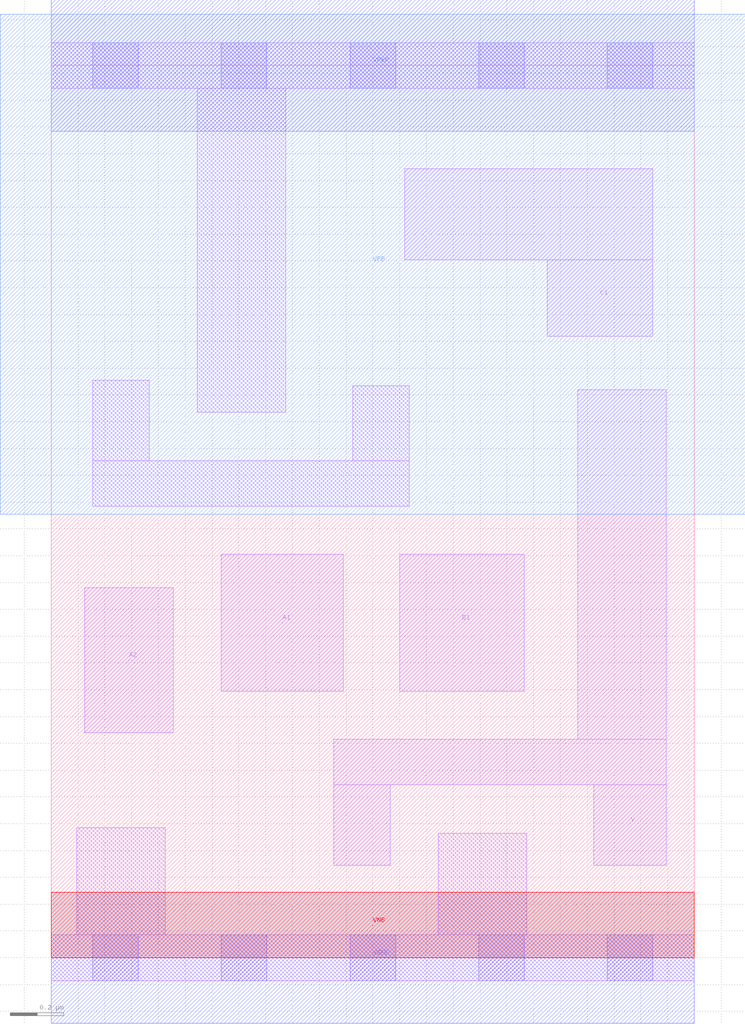
<source format=lef>
# Copyright 2020 The SkyWater PDK Authors
#
# Licensed under the Apache License, Version 2.0 (the "License");
# you may not use this file except in compliance with the License.
# You may obtain a copy of the License at
#
#     https://www.apache.org/licenses/LICENSE-2.0
#
# Unless required by applicable law or agreed to in writing, software
# distributed under the License is distributed on an "AS IS" BASIS,
# WITHOUT WARRANTIES OR CONDITIONS OF ANY KIND, either express or implied.
# See the License for the specific language governing permissions and
# limitations under the License.
#
# SPDX-License-Identifier: Apache-2.0

VERSION 5.7 ;
  NOWIREEXTENSIONATPIN ON ;
  DIVIDERCHAR "/" ;
  BUSBITCHARS "[]" ;
MACRO sky130_fd_sc_lp__a211oi_m
  CLASS CORE ;
  FOREIGN sky130_fd_sc_lp__a211oi_m ;
  ORIGIN  0.000000  0.000000 ;
  SIZE  2.400000 BY  3.330000 ;
  SYMMETRY X Y R90 ;
  SITE unit ;
  PIN A1
    ANTENNAGATEAREA  0.126000 ;
    DIRECTION INPUT ;
    USE SIGNAL ;
    PORT
      LAYER li1 ;
        RECT 0.635000 0.995000 1.090000 1.505000 ;
    END
  END A1
  PIN A2
    ANTENNAGATEAREA  0.126000 ;
    DIRECTION INPUT ;
    USE SIGNAL ;
    PORT
      LAYER li1 ;
        RECT 0.125000 0.840000 0.455000 1.380000 ;
    END
  END A2
  PIN B1
    ANTENNAGATEAREA  0.126000 ;
    DIRECTION INPUT ;
    USE SIGNAL ;
    PORT
      LAYER li1 ;
        RECT 1.300000 0.995000 1.765000 1.505000 ;
    END
  END B1
  PIN C1
    ANTENNAGATEAREA  0.126000 ;
    DIRECTION INPUT ;
    USE SIGNAL ;
    PORT
      LAYER li1 ;
        RECT 1.320000 2.605000 2.245000 2.945000 ;
        RECT 1.850000 2.320000 2.245000 2.605000 ;
    END
  END C1
  PIN Y
    ANTENNADIFFAREA  0.386400 ;
    DIRECTION OUTPUT ;
    USE SIGNAL ;
    PORT
      LAYER li1 ;
        RECT 1.055000 0.345000 1.265000 0.645000 ;
        RECT 1.055000 0.645000 2.295000 0.815000 ;
        RECT 1.965000 0.815000 2.295000 2.120000 ;
        RECT 2.025000 0.345000 2.295000 0.645000 ;
    END
  END Y
  PIN VGND
    DIRECTION INOUT ;
    USE GROUND ;
    PORT
      LAYER met1 ;
        RECT 0.000000 -0.245000 2.400000 0.245000 ;
    END
  END VGND
  PIN VNB
    DIRECTION INOUT ;
    USE GROUND ;
    PORT
      LAYER pwell ;
        RECT 0.000000 0.000000 2.400000 0.245000 ;
    END
  END VNB
  PIN VPB
    DIRECTION INOUT ;
    USE POWER ;
    PORT
      LAYER nwell ;
        RECT -0.190000 1.655000 2.590000 3.520000 ;
    END
  END VPB
  PIN VPWR
    DIRECTION INOUT ;
    USE POWER ;
    PORT
      LAYER met1 ;
        RECT 0.000000 3.085000 2.400000 3.575000 ;
    END
  END VPWR
  OBS
    LAYER li1 ;
      RECT 0.000000 -0.085000 2.400000 0.085000 ;
      RECT 0.000000  3.245000 2.400000 3.415000 ;
      RECT 0.095000  0.085000 0.425000 0.485000 ;
      RECT 0.155000  1.685000 1.335000 1.855000 ;
      RECT 0.155000  1.855000 0.365000 2.155000 ;
      RECT 0.545000  2.035000 0.875000 3.245000 ;
      RECT 1.125000  1.855000 1.335000 2.135000 ;
      RECT 1.445000  0.085000 1.775000 0.465000 ;
    LAYER mcon ;
      RECT 0.155000 -0.085000 0.325000 0.085000 ;
      RECT 0.155000  3.245000 0.325000 3.415000 ;
      RECT 0.635000 -0.085000 0.805000 0.085000 ;
      RECT 0.635000  3.245000 0.805000 3.415000 ;
      RECT 1.115000 -0.085000 1.285000 0.085000 ;
      RECT 1.115000  3.245000 1.285000 3.415000 ;
      RECT 1.595000 -0.085000 1.765000 0.085000 ;
      RECT 1.595000  3.245000 1.765000 3.415000 ;
      RECT 2.075000 -0.085000 2.245000 0.085000 ;
      RECT 2.075000  3.245000 2.245000 3.415000 ;
  END
END sky130_fd_sc_lp__a211oi_m
END LIBRARY

</source>
